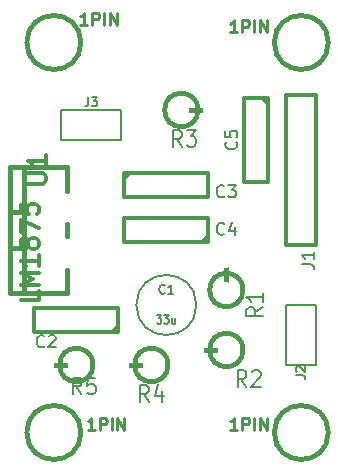
<source format=gto>
G04 (created by PCBNEW (2013-07-07 BZR 4022)-stable) date 3/7/2014 1:37:03 AM*
%MOIN*%
G04 Gerber Fmt 3.4, Leading zero omitted, Abs format*
%FSLAX34Y34*%
G01*
G70*
G90*
G04 APERTURE LIST*
%ADD10C,0.00590551*%
%ADD11C,0.015*%
%ADD12C,0.012*%
%ADD13C,0.006*%
%ADD14C,0.005*%
%ADD15C,0.008*%
%ADD16C,0.01*%
%ADD17C,0.055*%
%ADD18R,0.06X0.06*%
%ADD19C,0.06*%
%ADD20R,0.055X0.055*%
%ADD21O,0.0984X0.0709*%
%ADD22C,0.16*%
G04 APERTURE END LIST*
G54D10*
G54D11*
X12000Y-16500D02*
X11000Y-16500D01*
X12559Y-16500D02*
G75*
G03X12559Y-16500I-559J0D01*
G74*
G01*
X12000Y-14500D02*
X12000Y-13500D01*
X12559Y-14500D02*
G75*
G03X12559Y-14500I-559J0D01*
G74*
G01*
X10500Y-8500D02*
X11500Y-8500D01*
X11059Y-8500D02*
G75*
G03X11059Y-8500I-559J0D01*
G74*
G01*
X7000Y-17000D02*
X6000Y-17000D01*
X7559Y-17000D02*
G75*
G03X7559Y-17000I-559J0D01*
G74*
G01*
X9500Y-17000D02*
X8500Y-17000D01*
X10059Y-17000D02*
G75*
G03X10059Y-17000I-559J0D01*
G74*
G01*
G54D12*
X15000Y-8000D02*
X14000Y-8000D01*
X14000Y-13000D02*
X15000Y-13000D01*
X15000Y-8000D02*
X15000Y-13000D01*
X14000Y-13000D02*
X14000Y-8000D01*
G54D13*
X6500Y-9500D02*
X6500Y-8500D01*
X6500Y-8500D02*
X8500Y-8500D01*
X8500Y-8500D02*
X8500Y-9500D01*
X8500Y-9500D02*
X6500Y-9500D01*
X14000Y-15000D02*
X15000Y-15000D01*
X15000Y-15000D02*
X15000Y-17000D01*
X15000Y-17000D02*
X14000Y-17000D01*
X14000Y-17000D02*
X14000Y-15000D01*
G54D14*
X11001Y-15000D02*
G75*
G03X11001Y-15000I-1001J0D01*
G74*
G01*
G54D12*
X8600Y-10600D02*
X11400Y-10600D01*
X11400Y-10600D02*
X11400Y-11400D01*
X11400Y-11400D02*
X8600Y-11400D01*
X8600Y-11400D02*
X8600Y-10600D01*
X8600Y-10800D02*
X8800Y-10600D01*
X11400Y-12900D02*
X8600Y-12900D01*
X8600Y-12900D02*
X8600Y-12100D01*
X8600Y-12100D02*
X11400Y-12100D01*
X11400Y-12100D02*
X11400Y-12900D01*
X11400Y-12700D02*
X11200Y-12900D01*
X13400Y-8100D02*
X13400Y-10900D01*
X13400Y-10900D02*
X12600Y-10900D01*
X12600Y-10900D02*
X12600Y-8100D01*
X12600Y-8100D02*
X13400Y-8100D01*
X13200Y-8100D02*
X13400Y-8300D01*
X8400Y-15900D02*
X5600Y-15900D01*
X5600Y-15900D02*
X5600Y-15100D01*
X5600Y-15100D02*
X8400Y-15100D01*
X8400Y-15100D02*
X8400Y-15900D01*
X8400Y-15700D02*
X8200Y-15900D01*
G54D11*
X6700Y-11200D02*
X6700Y-10400D01*
X6700Y-12700D02*
X6700Y-12300D01*
X6700Y-14600D02*
X6700Y-13850D01*
X4800Y-13100D02*
X5250Y-13100D01*
X4800Y-11900D02*
X5250Y-11900D01*
X5250Y-10400D02*
X6700Y-10400D01*
X6700Y-14600D02*
X5250Y-14600D01*
X4800Y-10400D02*
X5250Y-10400D01*
X5250Y-10400D02*
X5250Y-14600D01*
X5250Y-14600D02*
X4800Y-14600D01*
X4800Y-12500D02*
X4800Y-14600D01*
X4800Y-12500D02*
X4800Y-10400D01*
X7150Y-6250D02*
G75*
G03X7150Y-6250I-900J0D01*
G74*
G01*
X7150Y-19250D02*
G75*
G03X7150Y-19250I-900J0D01*
G74*
G01*
X15400Y-6250D02*
G75*
G03X15400Y-6250I-900J0D01*
G74*
G01*
X15400Y-19250D02*
G75*
G03X15400Y-19250I-900J0D01*
G74*
G01*
G54D15*
X12666Y-17722D02*
X12500Y-17460D01*
X12380Y-17722D02*
X12380Y-17172D01*
X12571Y-17172D01*
X12619Y-17198D01*
X12642Y-17225D01*
X12666Y-17277D01*
X12666Y-17355D01*
X12642Y-17408D01*
X12619Y-17434D01*
X12571Y-17460D01*
X12380Y-17460D01*
X12857Y-17225D02*
X12880Y-17198D01*
X12928Y-17172D01*
X13047Y-17172D01*
X13095Y-17198D01*
X13119Y-17225D01*
X13142Y-17277D01*
X13142Y-17329D01*
X13119Y-17408D01*
X12833Y-17722D01*
X13142Y-17722D01*
X13222Y-15083D02*
X12960Y-15250D01*
X13222Y-15369D02*
X12672Y-15369D01*
X12672Y-15178D01*
X12698Y-15130D01*
X12725Y-15107D01*
X12777Y-15083D01*
X12855Y-15083D01*
X12908Y-15107D01*
X12934Y-15130D01*
X12960Y-15178D01*
X12960Y-15369D01*
X13222Y-14607D02*
X13222Y-14892D01*
X13222Y-14750D02*
X12672Y-14750D01*
X12751Y-14797D01*
X12803Y-14845D01*
X12829Y-14892D01*
X10516Y-9722D02*
X10350Y-9460D01*
X10230Y-9722D02*
X10230Y-9172D01*
X10421Y-9172D01*
X10469Y-9198D01*
X10492Y-9225D01*
X10516Y-9277D01*
X10516Y-9355D01*
X10492Y-9408D01*
X10469Y-9434D01*
X10421Y-9460D01*
X10230Y-9460D01*
X10683Y-9172D02*
X10992Y-9172D01*
X10826Y-9382D01*
X10897Y-9382D01*
X10945Y-9408D01*
X10969Y-9434D01*
X10992Y-9486D01*
X10992Y-9617D01*
X10969Y-9670D01*
X10945Y-9696D01*
X10897Y-9722D01*
X10754Y-9722D01*
X10707Y-9696D01*
X10683Y-9670D01*
X7166Y-17972D02*
X7000Y-17710D01*
X6880Y-17972D02*
X6880Y-17422D01*
X7071Y-17422D01*
X7119Y-17448D01*
X7142Y-17475D01*
X7166Y-17527D01*
X7166Y-17605D01*
X7142Y-17658D01*
X7119Y-17684D01*
X7071Y-17710D01*
X6880Y-17710D01*
X7619Y-17422D02*
X7380Y-17422D01*
X7357Y-17684D01*
X7380Y-17658D01*
X7428Y-17632D01*
X7547Y-17632D01*
X7595Y-17658D01*
X7619Y-17684D01*
X7642Y-17736D01*
X7642Y-17867D01*
X7619Y-17920D01*
X7595Y-17946D01*
X7547Y-17972D01*
X7428Y-17972D01*
X7380Y-17946D01*
X7357Y-17920D01*
X9416Y-18222D02*
X9250Y-17960D01*
X9130Y-18222D02*
X9130Y-17672D01*
X9321Y-17672D01*
X9369Y-17698D01*
X9392Y-17725D01*
X9416Y-17777D01*
X9416Y-17855D01*
X9392Y-17908D01*
X9369Y-17934D01*
X9321Y-17960D01*
X9130Y-17960D01*
X9845Y-17855D02*
X9845Y-18222D01*
X9726Y-17646D02*
X9607Y-18039D01*
X9916Y-18039D01*
X14511Y-13633D02*
X14797Y-13633D01*
X14854Y-13652D01*
X14892Y-13690D01*
X14911Y-13747D01*
X14911Y-13785D01*
X14911Y-13233D02*
X14911Y-13461D01*
X14911Y-13347D02*
X14511Y-13347D01*
X14569Y-13385D01*
X14607Y-13423D01*
X14626Y-13461D01*
G54D13*
X7400Y-8071D02*
X7400Y-8285D01*
X7385Y-8328D01*
X7357Y-8357D01*
X7314Y-8371D01*
X7285Y-8371D01*
X7514Y-8071D02*
X7700Y-8071D01*
X7600Y-8185D01*
X7642Y-8185D01*
X7671Y-8200D01*
X7685Y-8214D01*
X7700Y-8242D01*
X7700Y-8314D01*
X7685Y-8342D01*
X7671Y-8357D01*
X7642Y-8371D01*
X7557Y-8371D01*
X7528Y-8357D01*
X7514Y-8342D01*
X14321Y-17349D02*
X14535Y-17349D01*
X14578Y-17364D01*
X14607Y-17392D01*
X14621Y-17435D01*
X14621Y-17464D01*
X14350Y-17221D02*
X14335Y-17207D01*
X14321Y-17178D01*
X14321Y-17107D01*
X14335Y-17078D01*
X14350Y-17064D01*
X14378Y-17050D01*
X14407Y-17050D01*
X14450Y-17064D01*
X14621Y-17235D01*
X14621Y-17050D01*
G54D14*
X9950Y-14593D02*
X9935Y-14608D01*
X9892Y-14622D01*
X9864Y-14622D01*
X9821Y-14608D01*
X9792Y-14579D01*
X9778Y-14551D01*
X9764Y-14493D01*
X9764Y-14451D01*
X9778Y-14393D01*
X9792Y-14365D01*
X9821Y-14336D01*
X9864Y-14322D01*
X9892Y-14322D01*
X9935Y-14336D01*
X9950Y-14351D01*
X10235Y-14622D02*
X10064Y-14622D01*
X10150Y-14622D02*
X10150Y-14322D01*
X10121Y-14365D01*
X10092Y-14393D01*
X10064Y-14408D01*
X9684Y-15321D02*
X9839Y-15321D01*
X9755Y-15435D01*
X9791Y-15435D01*
X9815Y-15450D01*
X9827Y-15464D01*
X9839Y-15492D01*
X9839Y-15564D01*
X9827Y-15592D01*
X9815Y-15607D01*
X9791Y-15621D01*
X9720Y-15621D01*
X9696Y-15607D01*
X9684Y-15592D01*
X9922Y-15321D02*
X10077Y-15321D01*
X9994Y-15435D01*
X10029Y-15435D01*
X10053Y-15450D01*
X10065Y-15464D01*
X10077Y-15492D01*
X10077Y-15564D01*
X10065Y-15592D01*
X10053Y-15607D01*
X10029Y-15621D01*
X9958Y-15621D01*
X9934Y-15607D01*
X9922Y-15592D01*
X10291Y-15421D02*
X10291Y-15621D01*
X10184Y-15421D02*
X10184Y-15578D01*
X10196Y-15607D01*
X10220Y-15621D01*
X10255Y-15621D01*
X10279Y-15607D01*
X10291Y-15592D01*
G54D15*
X11933Y-11373D02*
X11914Y-11392D01*
X11857Y-11411D01*
X11819Y-11411D01*
X11761Y-11392D01*
X11723Y-11354D01*
X11704Y-11316D01*
X11685Y-11240D01*
X11685Y-11183D01*
X11704Y-11107D01*
X11723Y-11069D01*
X11761Y-11030D01*
X11819Y-11011D01*
X11857Y-11011D01*
X11914Y-11030D01*
X11933Y-11050D01*
X12066Y-11011D02*
X12314Y-11011D01*
X12180Y-11164D01*
X12238Y-11164D01*
X12276Y-11183D01*
X12295Y-11202D01*
X12314Y-11240D01*
X12314Y-11335D01*
X12295Y-11373D01*
X12276Y-11392D01*
X12238Y-11411D01*
X12123Y-11411D01*
X12085Y-11392D01*
X12066Y-11373D01*
X11933Y-12623D02*
X11914Y-12642D01*
X11857Y-12661D01*
X11819Y-12661D01*
X11761Y-12642D01*
X11723Y-12604D01*
X11704Y-12566D01*
X11685Y-12490D01*
X11685Y-12433D01*
X11704Y-12357D01*
X11723Y-12319D01*
X11761Y-12280D01*
X11819Y-12261D01*
X11857Y-12261D01*
X11914Y-12280D01*
X11933Y-12300D01*
X12276Y-12395D02*
X12276Y-12661D01*
X12180Y-12242D02*
X12085Y-12528D01*
X12333Y-12528D01*
X12323Y-9566D02*
X12342Y-9585D01*
X12361Y-9642D01*
X12361Y-9680D01*
X12342Y-9738D01*
X12304Y-9776D01*
X12266Y-9795D01*
X12190Y-9814D01*
X12133Y-9814D01*
X12057Y-9795D01*
X12019Y-9776D01*
X11980Y-9738D01*
X11961Y-9680D01*
X11961Y-9642D01*
X11980Y-9585D01*
X12000Y-9566D01*
X11961Y-9204D02*
X11961Y-9395D01*
X12152Y-9414D01*
X12133Y-9395D01*
X12114Y-9357D01*
X12114Y-9261D01*
X12133Y-9223D01*
X12152Y-9204D01*
X12190Y-9185D01*
X12285Y-9185D01*
X12323Y-9204D01*
X12342Y-9223D01*
X12361Y-9261D01*
X12361Y-9357D01*
X12342Y-9395D01*
X12323Y-9414D01*
X5933Y-16373D02*
X5914Y-16392D01*
X5857Y-16411D01*
X5819Y-16411D01*
X5761Y-16392D01*
X5723Y-16354D01*
X5704Y-16316D01*
X5685Y-16240D01*
X5685Y-16183D01*
X5704Y-16107D01*
X5723Y-16069D01*
X5761Y-16030D01*
X5819Y-16011D01*
X5857Y-16011D01*
X5914Y-16030D01*
X5933Y-16050D01*
X6085Y-16050D02*
X6104Y-16030D01*
X6142Y-16011D01*
X6238Y-16011D01*
X6276Y-16030D01*
X6295Y-16050D01*
X6314Y-16088D01*
X6314Y-16126D01*
X6295Y-16183D01*
X6066Y-16411D01*
X6314Y-16411D01*
G54D12*
X5392Y-10957D02*
X5878Y-10957D01*
X5935Y-10928D01*
X5964Y-10900D01*
X5992Y-10842D01*
X5992Y-10728D01*
X5964Y-10671D01*
X5935Y-10642D01*
X5878Y-10614D01*
X5392Y-10614D01*
X5992Y-10014D02*
X5992Y-10357D01*
X5992Y-10185D02*
X5392Y-10185D01*
X5478Y-10242D01*
X5535Y-10300D01*
X5564Y-10357D01*
X5742Y-14550D02*
X5742Y-14835D01*
X5142Y-14835D01*
X5742Y-14350D02*
X5142Y-14350D01*
X5571Y-14150D01*
X5142Y-13950D01*
X5742Y-13950D01*
X5742Y-13350D02*
X5742Y-13692D01*
X5742Y-13521D02*
X5142Y-13521D01*
X5228Y-13578D01*
X5285Y-13635D01*
X5314Y-13692D01*
X5400Y-13007D02*
X5371Y-13064D01*
X5342Y-13092D01*
X5285Y-13121D01*
X5257Y-13121D01*
X5200Y-13092D01*
X5171Y-13064D01*
X5142Y-13007D01*
X5142Y-12892D01*
X5171Y-12835D01*
X5200Y-12807D01*
X5257Y-12778D01*
X5285Y-12778D01*
X5342Y-12807D01*
X5371Y-12835D01*
X5400Y-12892D01*
X5400Y-13007D01*
X5428Y-13064D01*
X5457Y-13092D01*
X5514Y-13121D01*
X5628Y-13121D01*
X5685Y-13092D01*
X5714Y-13064D01*
X5742Y-13007D01*
X5742Y-12892D01*
X5714Y-12835D01*
X5685Y-12807D01*
X5628Y-12778D01*
X5514Y-12778D01*
X5457Y-12807D01*
X5428Y-12835D01*
X5400Y-12892D01*
X5142Y-12578D02*
X5142Y-12178D01*
X5742Y-12435D01*
X5142Y-11664D02*
X5142Y-11950D01*
X5428Y-11978D01*
X5400Y-11950D01*
X5371Y-11892D01*
X5371Y-11750D01*
X5400Y-11692D01*
X5428Y-11664D01*
X5485Y-11635D01*
X5628Y-11635D01*
X5685Y-11664D01*
X5714Y-11692D01*
X5742Y-11750D01*
X5742Y-11892D01*
X5714Y-11950D01*
X5685Y-11978D01*
G54D16*
X7359Y-5661D02*
X7130Y-5661D01*
X7245Y-5661D02*
X7245Y-5261D01*
X7207Y-5319D01*
X7169Y-5357D01*
X7130Y-5376D01*
X7530Y-5661D02*
X7530Y-5261D01*
X7683Y-5261D01*
X7721Y-5280D01*
X7740Y-5300D01*
X7759Y-5338D01*
X7759Y-5395D01*
X7740Y-5433D01*
X7721Y-5452D01*
X7683Y-5471D01*
X7530Y-5471D01*
X7930Y-5661D02*
X7930Y-5261D01*
X8121Y-5661D02*
X8121Y-5261D01*
X8350Y-5661D01*
X8350Y-5261D01*
X7609Y-19161D02*
X7380Y-19161D01*
X7495Y-19161D02*
X7495Y-18761D01*
X7457Y-18819D01*
X7419Y-18857D01*
X7380Y-18876D01*
X7780Y-19161D02*
X7780Y-18761D01*
X7933Y-18761D01*
X7971Y-18780D01*
X7990Y-18800D01*
X8009Y-18838D01*
X8009Y-18895D01*
X7990Y-18933D01*
X7971Y-18952D01*
X7933Y-18971D01*
X7780Y-18971D01*
X8180Y-19161D02*
X8180Y-18761D01*
X8371Y-19161D02*
X8371Y-18761D01*
X8600Y-19161D01*
X8600Y-18761D01*
X12359Y-5911D02*
X12130Y-5911D01*
X12245Y-5911D02*
X12245Y-5511D01*
X12207Y-5569D01*
X12169Y-5607D01*
X12130Y-5626D01*
X12530Y-5911D02*
X12530Y-5511D01*
X12683Y-5511D01*
X12721Y-5530D01*
X12740Y-5550D01*
X12759Y-5588D01*
X12759Y-5645D01*
X12740Y-5683D01*
X12721Y-5702D01*
X12683Y-5721D01*
X12530Y-5721D01*
X12930Y-5911D02*
X12930Y-5511D01*
X13121Y-5911D02*
X13121Y-5511D01*
X13350Y-5911D01*
X13350Y-5511D01*
X12359Y-19161D02*
X12130Y-19161D01*
X12245Y-19161D02*
X12245Y-18761D01*
X12207Y-18819D01*
X12169Y-18857D01*
X12130Y-18876D01*
X12530Y-19161D02*
X12530Y-18761D01*
X12683Y-18761D01*
X12721Y-18780D01*
X12740Y-18800D01*
X12759Y-18838D01*
X12759Y-18895D01*
X12740Y-18933D01*
X12721Y-18952D01*
X12683Y-18971D01*
X12530Y-18971D01*
X12930Y-19161D02*
X12930Y-18761D01*
X13121Y-19161D02*
X13121Y-18761D01*
X13350Y-19161D01*
X13350Y-18761D01*
%LPC*%
G54D17*
X12000Y-16500D03*
X11000Y-16500D03*
X12000Y-14500D03*
X12000Y-13500D03*
X10500Y-8500D03*
X11500Y-8500D03*
X7000Y-17000D03*
X6000Y-17000D03*
X9500Y-17000D03*
X8500Y-17000D03*
G54D18*
X14500Y-8500D03*
G54D19*
X14500Y-9500D03*
X14500Y-10500D03*
X14500Y-11500D03*
X14500Y-12500D03*
G54D18*
X7000Y-9000D03*
G54D19*
X8000Y-9000D03*
G54D18*
X14500Y-15500D03*
G54D19*
X14500Y-16500D03*
G54D20*
X9500Y-15000D03*
G54D17*
X10500Y-15000D03*
X9000Y-11000D03*
X11000Y-11000D03*
X10000Y-11000D03*
X11000Y-12500D03*
X9000Y-12500D03*
X10000Y-12500D03*
X13000Y-8500D03*
X13000Y-10500D03*
X13000Y-9500D03*
X8000Y-15500D03*
X6000Y-15500D03*
X7000Y-15500D03*
G54D21*
X7496Y-12500D03*
X7496Y-13878D03*
X7496Y-11122D03*
X6315Y-11791D03*
X6315Y-13209D03*
G54D22*
X6250Y-6250D03*
X6250Y-19250D03*
X14500Y-6250D03*
X14500Y-19250D03*
M02*

</source>
